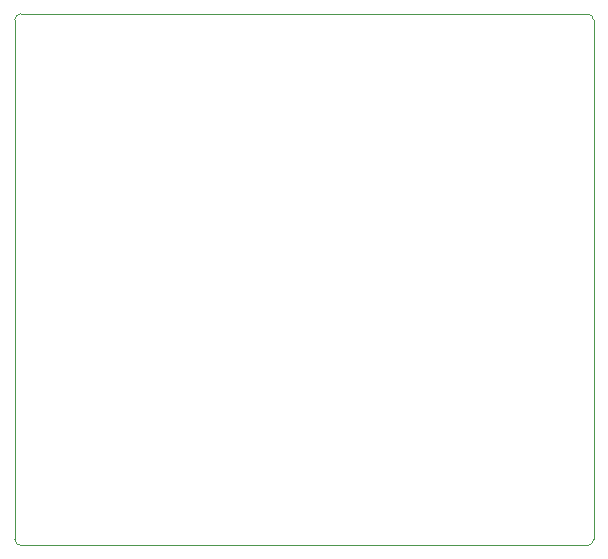
<source format=gm1>
G04 #@! TF.GenerationSoftware,KiCad,Pcbnew,5.1.4-e60b266~84~ubuntu18.04.1*
G04 #@! TF.CreationDate,2019-10-26T18:44:55+05:30*
G04 #@! TF.ProjectId,senseEle_SMA_rev1,73656e73-6545-46c6-955f-534d415f7265,rev?*
G04 #@! TF.SameCoordinates,Original*
G04 #@! TF.FileFunction,Profile,NP*
%FSLAX46Y46*%
G04 Gerber Fmt 4.6, Leading zero omitted, Abs format (unit mm)*
G04 Created by KiCad (PCBNEW 5.1.4-e60b266~84~ubuntu18.04.1) date 2019-10-26 18:44:55*
%MOMM*%
%LPD*%
G04 APERTURE LIST*
%ADD10C,0.050000*%
G04 APERTURE END LIST*
D10*
X58500000Y-10000000D02*
G75*
G02X59000000Y-10500000I0J-500000D01*
G01*
X59000000Y-54500000D02*
G75*
G02X58500000Y-55000000I-500000J0D01*
G01*
X10500000Y-55000000D02*
G75*
G02X10000000Y-54500000I0J500000D01*
G01*
X10000000Y-10500000D02*
G75*
G02X10500000Y-10000000I500000J0D01*
G01*
X58500000Y-10000000D02*
X10500000Y-10000000D01*
X59000000Y-54500000D02*
X59000000Y-10500000D01*
X10500000Y-55000000D02*
X58500000Y-55000000D01*
X10000000Y-10500000D02*
X10000000Y-54500000D01*
M02*

</source>
